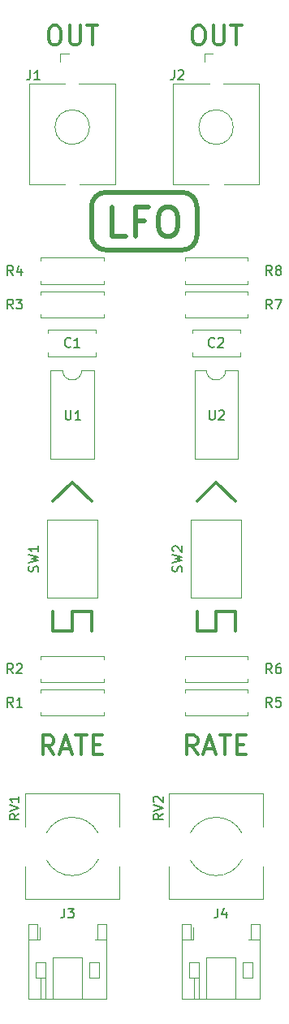
<source format=gbr>
%TF.GenerationSoftware,KiCad,Pcbnew,9.0.4*%
%TF.CreationDate,2026-02-02T18:42:40+11:00*%
%TF.ProjectId,LFO,4c464f2e-6b69-4636-9164-5f7063625858,rev?*%
%TF.SameCoordinates,Original*%
%TF.FileFunction,Legend,Top*%
%TF.FilePolarity,Positive*%
%FSLAX46Y46*%
G04 Gerber Fmt 4.6, Leading zero omitted, Abs format (unit mm)*
G04 Created by KiCad (PCBNEW 9.0.4) date 2026-02-02 18:42:40*
%MOMM*%
%LPD*%
G01*
G04 APERTURE LIST*
%ADD10C,0.500000*%
%ADD11C,0.300000*%
%ADD12C,0.150000*%
%ADD13C,0.120000*%
%ADD14C,0.100000*%
G04 APERTURE END LIST*
D10*
X154000000Y-69299999D02*
G75*
G02*
X155500001Y-70799999I0J-1500001D01*
G01*
D11*
X140500000Y-113000000D02*
X140500000Y-115000000D01*
X142500000Y-113000000D02*
X144500000Y-113000000D01*
D10*
X145999999Y-75299999D02*
X154000001Y-75300000D01*
X144499999Y-70799998D02*
X144499999Y-73799998D01*
X145999999Y-75300000D02*
G75*
G02*
X144500000Y-73800000I1J1500000D01*
G01*
D11*
X140500000Y-101500000D02*
X142500000Y-99500000D01*
D10*
X155500000Y-70799999D02*
X155500000Y-73799999D01*
D11*
X155500000Y-115000000D02*
X157500000Y-115000000D01*
X144500000Y-113000000D02*
X144500000Y-115000000D01*
X140500000Y-115000000D02*
X142500000Y-115000000D01*
D10*
X144499999Y-70799998D02*
G75*
G02*
X145999999Y-69299999I1500001J-2D01*
G01*
D11*
X142500000Y-99500000D02*
X144500000Y-101500000D01*
D10*
X146000000Y-69299998D02*
X154000000Y-69299999D01*
D11*
X157500000Y-99500000D02*
X159500000Y-101500000D01*
X157500000Y-113000000D02*
X157500000Y-115000000D01*
X142500000Y-113000000D02*
X142500000Y-115000000D01*
X159500000Y-113000000D02*
X159500000Y-115000000D01*
X155500000Y-101500000D02*
X157500000Y-99500000D01*
X157500000Y-113000000D02*
X159500000Y-113000000D01*
X155500000Y-113000000D02*
X155500000Y-115000000D01*
D10*
X155500001Y-73800000D02*
G75*
G02*
X154000001Y-75300001I-1500001J0D01*
G01*
D11*
X155595237Y-127909638D02*
X154928570Y-126957257D01*
X154452380Y-127909638D02*
X154452380Y-125909638D01*
X154452380Y-125909638D02*
X155214285Y-125909638D01*
X155214285Y-125909638D02*
X155404761Y-126004876D01*
X155404761Y-126004876D02*
X155499999Y-126100114D01*
X155499999Y-126100114D02*
X155595237Y-126290590D01*
X155595237Y-126290590D02*
X155595237Y-126576304D01*
X155595237Y-126576304D02*
X155499999Y-126766780D01*
X155499999Y-126766780D02*
X155404761Y-126862019D01*
X155404761Y-126862019D02*
X155214285Y-126957257D01*
X155214285Y-126957257D02*
X154452380Y-126957257D01*
X156357142Y-127338209D02*
X157309523Y-127338209D01*
X156166666Y-127909638D02*
X156833332Y-125909638D01*
X156833332Y-125909638D02*
X157499999Y-127909638D01*
X157880952Y-125909638D02*
X159023809Y-125909638D01*
X158452380Y-127909638D02*
X158452380Y-125909638D01*
X159690476Y-126862019D02*
X160357143Y-126862019D01*
X160642857Y-127909638D02*
X159690476Y-127909638D01*
X159690476Y-127909638D02*
X159690476Y-125909638D01*
X159690476Y-125909638D02*
X160642857Y-125909638D01*
X155499999Y-51909638D02*
X155880952Y-51909638D01*
X155880952Y-51909638D02*
X156071428Y-52004876D01*
X156071428Y-52004876D02*
X156261904Y-52195352D01*
X156261904Y-52195352D02*
X156357142Y-52576304D01*
X156357142Y-52576304D02*
X156357142Y-53242971D01*
X156357142Y-53242971D02*
X156261904Y-53623923D01*
X156261904Y-53623923D02*
X156071428Y-53814400D01*
X156071428Y-53814400D02*
X155880952Y-53909638D01*
X155880952Y-53909638D02*
X155499999Y-53909638D01*
X155499999Y-53909638D02*
X155309523Y-53814400D01*
X155309523Y-53814400D02*
X155119047Y-53623923D01*
X155119047Y-53623923D02*
X155023809Y-53242971D01*
X155023809Y-53242971D02*
X155023809Y-52576304D01*
X155023809Y-52576304D02*
X155119047Y-52195352D01*
X155119047Y-52195352D02*
X155309523Y-52004876D01*
X155309523Y-52004876D02*
X155499999Y-51909638D01*
X157214285Y-51909638D02*
X157214285Y-53528685D01*
X157214285Y-53528685D02*
X157309523Y-53719161D01*
X157309523Y-53719161D02*
X157404761Y-53814400D01*
X157404761Y-53814400D02*
X157595237Y-53909638D01*
X157595237Y-53909638D02*
X157976190Y-53909638D01*
X157976190Y-53909638D02*
X158166666Y-53814400D01*
X158166666Y-53814400D02*
X158261904Y-53719161D01*
X158261904Y-53719161D02*
X158357142Y-53528685D01*
X158357142Y-53528685D02*
X158357142Y-51909638D01*
X159023809Y-51909638D02*
X160166666Y-51909638D01*
X159595237Y-53909638D02*
X159595237Y-51909638D01*
X140595237Y-127909638D02*
X139928570Y-126957257D01*
X139452380Y-127909638D02*
X139452380Y-125909638D01*
X139452380Y-125909638D02*
X140214285Y-125909638D01*
X140214285Y-125909638D02*
X140404761Y-126004876D01*
X140404761Y-126004876D02*
X140499999Y-126100114D01*
X140499999Y-126100114D02*
X140595237Y-126290590D01*
X140595237Y-126290590D02*
X140595237Y-126576304D01*
X140595237Y-126576304D02*
X140499999Y-126766780D01*
X140499999Y-126766780D02*
X140404761Y-126862019D01*
X140404761Y-126862019D02*
X140214285Y-126957257D01*
X140214285Y-126957257D02*
X139452380Y-126957257D01*
X141357142Y-127338209D02*
X142309523Y-127338209D01*
X141166666Y-127909638D02*
X141833332Y-125909638D01*
X141833332Y-125909638D02*
X142499999Y-127909638D01*
X142880952Y-125909638D02*
X144023809Y-125909638D01*
X143452380Y-127909638D02*
X143452380Y-125909638D01*
X144690476Y-126862019D02*
X145357143Y-126862019D01*
X145642857Y-127909638D02*
X144690476Y-127909638D01*
X144690476Y-127909638D02*
X144690476Y-125909638D01*
X144690476Y-125909638D02*
X145642857Y-125909638D01*
D10*
X148071429Y-73861857D02*
X146642857Y-73861857D01*
X146642857Y-73861857D02*
X146642857Y-70861857D01*
X150071428Y-72290428D02*
X149071428Y-72290428D01*
X149071428Y-73861857D02*
X149071428Y-70861857D01*
X149071428Y-70861857D02*
X150500000Y-70861857D01*
X152214286Y-70861857D02*
X152785714Y-70861857D01*
X152785714Y-70861857D02*
X153071429Y-71004714D01*
X153071429Y-71004714D02*
X153357143Y-71290428D01*
X153357143Y-71290428D02*
X153500000Y-71861857D01*
X153500000Y-71861857D02*
X153500000Y-72861857D01*
X153500000Y-72861857D02*
X153357143Y-73433285D01*
X153357143Y-73433285D02*
X153071429Y-73719000D01*
X153071429Y-73719000D02*
X152785714Y-73861857D01*
X152785714Y-73861857D02*
X152214286Y-73861857D01*
X152214286Y-73861857D02*
X151928572Y-73719000D01*
X151928572Y-73719000D02*
X151642857Y-73433285D01*
X151642857Y-73433285D02*
X151500000Y-72861857D01*
X151500000Y-72861857D02*
X151500000Y-71861857D01*
X151500000Y-71861857D02*
X151642857Y-71290428D01*
X151642857Y-71290428D02*
X151928572Y-71004714D01*
X151928572Y-71004714D02*
X152214286Y-70861857D01*
D11*
X140499999Y-51909638D02*
X140880952Y-51909638D01*
X140880952Y-51909638D02*
X141071428Y-52004876D01*
X141071428Y-52004876D02*
X141261904Y-52195352D01*
X141261904Y-52195352D02*
X141357142Y-52576304D01*
X141357142Y-52576304D02*
X141357142Y-53242971D01*
X141357142Y-53242971D02*
X141261904Y-53623923D01*
X141261904Y-53623923D02*
X141071428Y-53814400D01*
X141071428Y-53814400D02*
X140880952Y-53909638D01*
X140880952Y-53909638D02*
X140499999Y-53909638D01*
X140499999Y-53909638D02*
X140309523Y-53814400D01*
X140309523Y-53814400D02*
X140119047Y-53623923D01*
X140119047Y-53623923D02*
X140023809Y-53242971D01*
X140023809Y-53242971D02*
X140023809Y-52576304D01*
X140023809Y-52576304D02*
X140119047Y-52195352D01*
X140119047Y-52195352D02*
X140309523Y-52004876D01*
X140309523Y-52004876D02*
X140499999Y-51909638D01*
X142214285Y-51909638D02*
X142214285Y-53528685D01*
X142214285Y-53528685D02*
X142309523Y-53719161D01*
X142309523Y-53719161D02*
X142404761Y-53814400D01*
X142404761Y-53814400D02*
X142595237Y-53909638D01*
X142595237Y-53909638D02*
X142976190Y-53909638D01*
X142976190Y-53909638D02*
X143166666Y-53814400D01*
X143166666Y-53814400D02*
X143261904Y-53719161D01*
X143261904Y-53719161D02*
X143357142Y-53528685D01*
X143357142Y-53528685D02*
X143357142Y-51909638D01*
X144023809Y-51909638D02*
X145166666Y-51909638D01*
X144595237Y-53909638D02*
X144595237Y-51909638D01*
D12*
X142333333Y-85359581D02*
X142285714Y-85407201D01*
X142285714Y-85407201D02*
X142142857Y-85454820D01*
X142142857Y-85454820D02*
X142047619Y-85454820D01*
X142047619Y-85454820D02*
X141904762Y-85407201D01*
X141904762Y-85407201D02*
X141809524Y-85311962D01*
X141809524Y-85311962D02*
X141761905Y-85216724D01*
X141761905Y-85216724D02*
X141714286Y-85026248D01*
X141714286Y-85026248D02*
X141714286Y-84883391D01*
X141714286Y-84883391D02*
X141761905Y-84692915D01*
X141761905Y-84692915D02*
X141809524Y-84597677D01*
X141809524Y-84597677D02*
X141904762Y-84502439D01*
X141904762Y-84502439D02*
X142047619Y-84454820D01*
X142047619Y-84454820D02*
X142142857Y-84454820D01*
X142142857Y-84454820D02*
X142285714Y-84502439D01*
X142285714Y-84502439D02*
X142333333Y-84550058D01*
X143285714Y-85454820D02*
X142714286Y-85454820D01*
X143000000Y-85454820D02*
X143000000Y-84454820D01*
X143000000Y-84454820D02*
X142904762Y-84597677D01*
X142904762Y-84597677D02*
X142809524Y-84692915D01*
X142809524Y-84692915D02*
X142714286Y-84740534D01*
X156803095Y-92024819D02*
X156803095Y-92834342D01*
X156803095Y-92834342D02*
X156850714Y-92929580D01*
X156850714Y-92929580D02*
X156898333Y-92977200D01*
X156898333Y-92977200D02*
X156993571Y-93024819D01*
X156993571Y-93024819D02*
X157184047Y-93024819D01*
X157184047Y-93024819D02*
X157279285Y-92977200D01*
X157279285Y-92977200D02*
X157326904Y-92929580D01*
X157326904Y-92929580D02*
X157374523Y-92834342D01*
X157374523Y-92834342D02*
X157374523Y-92024819D01*
X157803095Y-92120057D02*
X157850714Y-92072438D01*
X157850714Y-92072438D02*
X157945952Y-92024819D01*
X157945952Y-92024819D02*
X158184047Y-92024819D01*
X158184047Y-92024819D02*
X158279285Y-92072438D01*
X158279285Y-92072438D02*
X158326904Y-92120057D01*
X158326904Y-92120057D02*
X158374523Y-92215295D01*
X158374523Y-92215295D02*
X158374523Y-92310533D01*
X158374523Y-92310533D02*
X158326904Y-92453390D01*
X158326904Y-92453390D02*
X157755476Y-93024819D01*
X157755476Y-93024819D02*
X158374523Y-93024819D01*
X136333333Y-119454819D02*
X136000000Y-118978628D01*
X135761905Y-119454819D02*
X135761905Y-118454819D01*
X135761905Y-118454819D02*
X136142857Y-118454819D01*
X136142857Y-118454819D02*
X136238095Y-118502438D01*
X136238095Y-118502438D02*
X136285714Y-118550057D01*
X136285714Y-118550057D02*
X136333333Y-118645295D01*
X136333333Y-118645295D02*
X136333333Y-118788152D01*
X136333333Y-118788152D02*
X136285714Y-118883390D01*
X136285714Y-118883390D02*
X136238095Y-118931009D01*
X136238095Y-118931009D02*
X136142857Y-118978628D01*
X136142857Y-118978628D02*
X135761905Y-118978628D01*
X136714286Y-118550057D02*
X136761905Y-118502438D01*
X136761905Y-118502438D02*
X136857143Y-118454819D01*
X136857143Y-118454819D02*
X137095238Y-118454819D01*
X137095238Y-118454819D02*
X137190476Y-118502438D01*
X137190476Y-118502438D02*
X137238095Y-118550057D01*
X137238095Y-118550057D02*
X137285714Y-118645295D01*
X137285714Y-118645295D02*
X137285714Y-118740533D01*
X137285714Y-118740533D02*
X137238095Y-118883390D01*
X137238095Y-118883390D02*
X136666667Y-119454819D01*
X136666667Y-119454819D02*
X137285714Y-119454819D01*
X157333333Y-85359581D02*
X157285714Y-85407201D01*
X157285714Y-85407201D02*
X157142857Y-85454820D01*
X157142857Y-85454820D02*
X157047619Y-85454820D01*
X157047619Y-85454820D02*
X156904762Y-85407201D01*
X156904762Y-85407201D02*
X156809524Y-85311962D01*
X156809524Y-85311962D02*
X156761905Y-85216724D01*
X156761905Y-85216724D02*
X156714286Y-85026248D01*
X156714286Y-85026248D02*
X156714286Y-84883391D01*
X156714286Y-84883391D02*
X156761905Y-84692915D01*
X156761905Y-84692915D02*
X156809524Y-84597677D01*
X156809524Y-84597677D02*
X156904762Y-84502439D01*
X156904762Y-84502439D02*
X157047619Y-84454820D01*
X157047619Y-84454820D02*
X157142857Y-84454820D01*
X157142857Y-84454820D02*
X157285714Y-84502439D01*
X157285714Y-84502439D02*
X157333333Y-84550058D01*
X157714286Y-84550058D02*
X157761905Y-84502439D01*
X157761905Y-84502439D02*
X157857143Y-84454820D01*
X157857143Y-84454820D02*
X158095238Y-84454820D01*
X158095238Y-84454820D02*
X158190476Y-84502439D01*
X158190476Y-84502439D02*
X158238095Y-84550058D01*
X158238095Y-84550058D02*
X158285714Y-84645296D01*
X158285714Y-84645296D02*
X158285714Y-84740534D01*
X158285714Y-84740534D02*
X158238095Y-84883391D01*
X158238095Y-84883391D02*
X157666667Y-85454820D01*
X157666667Y-85454820D02*
X158285714Y-85454820D01*
X163333333Y-122954819D02*
X163000000Y-122478628D01*
X162761905Y-122954819D02*
X162761905Y-121954819D01*
X162761905Y-121954819D02*
X163142857Y-121954819D01*
X163142857Y-121954819D02*
X163238095Y-122002438D01*
X163238095Y-122002438D02*
X163285714Y-122050057D01*
X163285714Y-122050057D02*
X163333333Y-122145295D01*
X163333333Y-122145295D02*
X163333333Y-122288152D01*
X163333333Y-122288152D02*
X163285714Y-122383390D01*
X163285714Y-122383390D02*
X163238095Y-122431009D01*
X163238095Y-122431009D02*
X163142857Y-122478628D01*
X163142857Y-122478628D02*
X162761905Y-122478628D01*
X164238095Y-121954819D02*
X163761905Y-121954819D01*
X163761905Y-121954819D02*
X163714286Y-122431009D01*
X163714286Y-122431009D02*
X163761905Y-122383390D01*
X163761905Y-122383390D02*
X163857143Y-122335771D01*
X163857143Y-122335771D02*
X164095238Y-122335771D01*
X164095238Y-122335771D02*
X164190476Y-122383390D01*
X164190476Y-122383390D02*
X164238095Y-122431009D01*
X164238095Y-122431009D02*
X164285714Y-122526247D01*
X164285714Y-122526247D02*
X164285714Y-122764342D01*
X164285714Y-122764342D02*
X164238095Y-122859580D01*
X164238095Y-122859580D02*
X164190476Y-122907200D01*
X164190476Y-122907200D02*
X164095238Y-122954819D01*
X164095238Y-122954819D02*
X163857143Y-122954819D01*
X163857143Y-122954819D02*
X163761905Y-122907200D01*
X163761905Y-122907200D02*
X163714286Y-122859580D01*
X136954819Y-134095238D02*
X136478628Y-134428571D01*
X136954819Y-134666666D02*
X135954819Y-134666666D01*
X135954819Y-134666666D02*
X135954819Y-134285714D01*
X135954819Y-134285714D02*
X136002438Y-134190476D01*
X136002438Y-134190476D02*
X136050057Y-134142857D01*
X136050057Y-134142857D02*
X136145295Y-134095238D01*
X136145295Y-134095238D02*
X136288152Y-134095238D01*
X136288152Y-134095238D02*
X136383390Y-134142857D01*
X136383390Y-134142857D02*
X136431009Y-134190476D01*
X136431009Y-134190476D02*
X136478628Y-134285714D01*
X136478628Y-134285714D02*
X136478628Y-134666666D01*
X135954819Y-133809523D02*
X136954819Y-133476190D01*
X136954819Y-133476190D02*
X135954819Y-133142857D01*
X136954819Y-132285714D02*
X136954819Y-132857142D01*
X136954819Y-132571428D02*
X135954819Y-132571428D01*
X135954819Y-132571428D02*
X136097676Y-132666666D01*
X136097676Y-132666666D02*
X136192914Y-132761904D01*
X136192914Y-132761904D02*
X136240533Y-132857142D01*
X151954819Y-134095238D02*
X151478628Y-134428571D01*
X151954819Y-134666666D02*
X150954819Y-134666666D01*
X150954819Y-134666666D02*
X150954819Y-134285714D01*
X150954819Y-134285714D02*
X151002438Y-134190476D01*
X151002438Y-134190476D02*
X151050057Y-134142857D01*
X151050057Y-134142857D02*
X151145295Y-134095238D01*
X151145295Y-134095238D02*
X151288152Y-134095238D01*
X151288152Y-134095238D02*
X151383390Y-134142857D01*
X151383390Y-134142857D02*
X151431009Y-134190476D01*
X151431009Y-134190476D02*
X151478628Y-134285714D01*
X151478628Y-134285714D02*
X151478628Y-134666666D01*
X150954819Y-133809523D02*
X151954819Y-133476190D01*
X151954819Y-133476190D02*
X150954819Y-133142857D01*
X151050057Y-132857142D02*
X151002438Y-132809523D01*
X151002438Y-132809523D02*
X150954819Y-132714285D01*
X150954819Y-132714285D02*
X150954819Y-132476190D01*
X150954819Y-132476190D02*
X151002438Y-132380952D01*
X151002438Y-132380952D02*
X151050057Y-132333333D01*
X151050057Y-132333333D02*
X151145295Y-132285714D01*
X151145295Y-132285714D02*
X151240533Y-132285714D01*
X151240533Y-132285714D02*
X151383390Y-132333333D01*
X151383390Y-132333333D02*
X151954819Y-132904761D01*
X151954819Y-132904761D02*
X151954819Y-132285714D01*
X141666666Y-143954819D02*
X141666666Y-144669104D01*
X141666666Y-144669104D02*
X141619047Y-144811961D01*
X141619047Y-144811961D02*
X141523809Y-144907200D01*
X141523809Y-144907200D02*
X141380952Y-144954819D01*
X141380952Y-144954819D02*
X141285714Y-144954819D01*
X142047619Y-143954819D02*
X142666666Y-143954819D01*
X142666666Y-143954819D02*
X142333333Y-144335771D01*
X142333333Y-144335771D02*
X142476190Y-144335771D01*
X142476190Y-144335771D02*
X142571428Y-144383390D01*
X142571428Y-144383390D02*
X142619047Y-144431009D01*
X142619047Y-144431009D02*
X142666666Y-144526247D01*
X142666666Y-144526247D02*
X142666666Y-144764342D01*
X142666666Y-144764342D02*
X142619047Y-144859580D01*
X142619047Y-144859580D02*
X142571428Y-144907200D01*
X142571428Y-144907200D02*
X142476190Y-144954819D01*
X142476190Y-144954819D02*
X142190476Y-144954819D01*
X142190476Y-144954819D02*
X142095238Y-144907200D01*
X142095238Y-144907200D02*
X142047619Y-144859580D01*
X163333333Y-119454819D02*
X163000000Y-118978628D01*
X162761905Y-119454819D02*
X162761905Y-118454819D01*
X162761905Y-118454819D02*
X163142857Y-118454819D01*
X163142857Y-118454819D02*
X163238095Y-118502438D01*
X163238095Y-118502438D02*
X163285714Y-118550057D01*
X163285714Y-118550057D02*
X163333333Y-118645295D01*
X163333333Y-118645295D02*
X163333333Y-118788152D01*
X163333333Y-118788152D02*
X163285714Y-118883390D01*
X163285714Y-118883390D02*
X163238095Y-118931009D01*
X163238095Y-118931009D02*
X163142857Y-118978628D01*
X163142857Y-118978628D02*
X162761905Y-118978628D01*
X164190476Y-118454819D02*
X164000000Y-118454819D01*
X164000000Y-118454819D02*
X163904762Y-118502438D01*
X163904762Y-118502438D02*
X163857143Y-118550057D01*
X163857143Y-118550057D02*
X163761905Y-118692914D01*
X163761905Y-118692914D02*
X163714286Y-118883390D01*
X163714286Y-118883390D02*
X163714286Y-119264342D01*
X163714286Y-119264342D02*
X163761905Y-119359580D01*
X163761905Y-119359580D02*
X163809524Y-119407200D01*
X163809524Y-119407200D02*
X163904762Y-119454819D01*
X163904762Y-119454819D02*
X164095238Y-119454819D01*
X164095238Y-119454819D02*
X164190476Y-119407200D01*
X164190476Y-119407200D02*
X164238095Y-119359580D01*
X164238095Y-119359580D02*
X164285714Y-119264342D01*
X164285714Y-119264342D02*
X164285714Y-119026247D01*
X164285714Y-119026247D02*
X164238095Y-118931009D01*
X164238095Y-118931009D02*
X164190476Y-118883390D01*
X164190476Y-118883390D02*
X164095238Y-118835771D01*
X164095238Y-118835771D02*
X163904762Y-118835771D01*
X163904762Y-118835771D02*
X163809524Y-118883390D01*
X163809524Y-118883390D02*
X163761905Y-118931009D01*
X163761905Y-118931009D02*
X163714286Y-119026247D01*
X157666666Y-143954819D02*
X157666666Y-144669104D01*
X157666666Y-144669104D02*
X157619047Y-144811961D01*
X157619047Y-144811961D02*
X157523809Y-144907200D01*
X157523809Y-144907200D02*
X157380952Y-144954819D01*
X157380952Y-144954819D02*
X157285714Y-144954819D01*
X158571428Y-144288152D02*
X158571428Y-144954819D01*
X158333333Y-143907200D02*
X158095238Y-144621485D01*
X158095238Y-144621485D02*
X158714285Y-144621485D01*
X136333333Y-81454819D02*
X136000000Y-80978628D01*
X135761905Y-81454819D02*
X135761905Y-80454819D01*
X135761905Y-80454819D02*
X136142857Y-80454819D01*
X136142857Y-80454819D02*
X136238095Y-80502438D01*
X136238095Y-80502438D02*
X136285714Y-80550057D01*
X136285714Y-80550057D02*
X136333333Y-80645295D01*
X136333333Y-80645295D02*
X136333333Y-80788152D01*
X136333333Y-80788152D02*
X136285714Y-80883390D01*
X136285714Y-80883390D02*
X136238095Y-80931009D01*
X136238095Y-80931009D02*
X136142857Y-80978628D01*
X136142857Y-80978628D02*
X135761905Y-80978628D01*
X136666667Y-80454819D02*
X137285714Y-80454819D01*
X137285714Y-80454819D02*
X136952381Y-80835771D01*
X136952381Y-80835771D02*
X137095238Y-80835771D01*
X137095238Y-80835771D02*
X137190476Y-80883390D01*
X137190476Y-80883390D02*
X137238095Y-80931009D01*
X137238095Y-80931009D02*
X137285714Y-81026247D01*
X137285714Y-81026247D02*
X137285714Y-81264342D01*
X137285714Y-81264342D02*
X137238095Y-81359580D01*
X137238095Y-81359580D02*
X137190476Y-81407200D01*
X137190476Y-81407200D02*
X137095238Y-81454819D01*
X137095238Y-81454819D02*
X136809524Y-81454819D01*
X136809524Y-81454819D02*
X136714286Y-81407200D01*
X136714286Y-81407200D02*
X136666667Y-81359580D01*
X136333333Y-77954819D02*
X136000000Y-77478628D01*
X135761905Y-77954819D02*
X135761905Y-76954819D01*
X135761905Y-76954819D02*
X136142857Y-76954819D01*
X136142857Y-76954819D02*
X136238095Y-77002438D01*
X136238095Y-77002438D02*
X136285714Y-77050057D01*
X136285714Y-77050057D02*
X136333333Y-77145295D01*
X136333333Y-77145295D02*
X136333333Y-77288152D01*
X136333333Y-77288152D02*
X136285714Y-77383390D01*
X136285714Y-77383390D02*
X136238095Y-77431009D01*
X136238095Y-77431009D02*
X136142857Y-77478628D01*
X136142857Y-77478628D02*
X135761905Y-77478628D01*
X137190476Y-77288152D02*
X137190476Y-77954819D01*
X136952381Y-76907200D02*
X136714286Y-77621485D01*
X136714286Y-77621485D02*
X137333333Y-77621485D01*
X153907200Y-108833332D02*
X153954819Y-108690475D01*
X153954819Y-108690475D02*
X153954819Y-108452380D01*
X153954819Y-108452380D02*
X153907200Y-108357142D01*
X153907200Y-108357142D02*
X153859580Y-108309523D01*
X153859580Y-108309523D02*
X153764342Y-108261904D01*
X153764342Y-108261904D02*
X153669104Y-108261904D01*
X153669104Y-108261904D02*
X153573866Y-108309523D01*
X153573866Y-108309523D02*
X153526247Y-108357142D01*
X153526247Y-108357142D02*
X153478628Y-108452380D01*
X153478628Y-108452380D02*
X153431009Y-108642856D01*
X153431009Y-108642856D02*
X153383390Y-108738094D01*
X153383390Y-108738094D02*
X153335771Y-108785713D01*
X153335771Y-108785713D02*
X153240533Y-108833332D01*
X153240533Y-108833332D02*
X153145295Y-108833332D01*
X153145295Y-108833332D02*
X153050057Y-108785713D01*
X153050057Y-108785713D02*
X153002438Y-108738094D01*
X153002438Y-108738094D02*
X152954819Y-108642856D01*
X152954819Y-108642856D02*
X152954819Y-108404761D01*
X152954819Y-108404761D02*
X153002438Y-108261904D01*
X152954819Y-107928570D02*
X153954819Y-107690475D01*
X153954819Y-107690475D02*
X153240533Y-107499999D01*
X153240533Y-107499999D02*
X153954819Y-107309523D01*
X153954819Y-107309523D02*
X152954819Y-107071428D01*
X153050057Y-106738094D02*
X153002438Y-106690475D01*
X153002438Y-106690475D02*
X152954819Y-106595237D01*
X152954819Y-106595237D02*
X152954819Y-106357142D01*
X152954819Y-106357142D02*
X153002438Y-106261904D01*
X153002438Y-106261904D02*
X153050057Y-106214285D01*
X153050057Y-106214285D02*
X153145295Y-106166666D01*
X153145295Y-106166666D02*
X153240533Y-106166666D01*
X153240533Y-106166666D02*
X153383390Y-106214285D01*
X153383390Y-106214285D02*
X153954819Y-106785713D01*
X153954819Y-106785713D02*
X153954819Y-106166666D01*
X138136666Y-56554819D02*
X138136666Y-57269104D01*
X138136666Y-57269104D02*
X138089047Y-57411961D01*
X138089047Y-57411961D02*
X137993809Y-57507200D01*
X137993809Y-57507200D02*
X137850952Y-57554819D01*
X137850952Y-57554819D02*
X137755714Y-57554819D01*
X139136666Y-57554819D02*
X138565238Y-57554819D01*
X138850952Y-57554819D02*
X138850952Y-56554819D01*
X138850952Y-56554819D02*
X138755714Y-56697676D01*
X138755714Y-56697676D02*
X138660476Y-56792914D01*
X138660476Y-56792914D02*
X138565238Y-56840533D01*
X136333333Y-122954819D02*
X136000000Y-122478628D01*
X135761905Y-122954819D02*
X135761905Y-121954819D01*
X135761905Y-121954819D02*
X136142857Y-121954819D01*
X136142857Y-121954819D02*
X136238095Y-122002438D01*
X136238095Y-122002438D02*
X136285714Y-122050057D01*
X136285714Y-122050057D02*
X136333333Y-122145295D01*
X136333333Y-122145295D02*
X136333333Y-122288152D01*
X136333333Y-122288152D02*
X136285714Y-122383390D01*
X136285714Y-122383390D02*
X136238095Y-122431009D01*
X136238095Y-122431009D02*
X136142857Y-122478628D01*
X136142857Y-122478628D02*
X135761905Y-122478628D01*
X137285714Y-122954819D02*
X136714286Y-122954819D01*
X137000000Y-122954819D02*
X137000000Y-121954819D01*
X137000000Y-121954819D02*
X136904762Y-122097676D01*
X136904762Y-122097676D02*
X136809524Y-122192914D01*
X136809524Y-122192914D02*
X136714286Y-122240533D01*
X153136666Y-56554819D02*
X153136666Y-57269104D01*
X153136666Y-57269104D02*
X153089047Y-57411961D01*
X153089047Y-57411961D02*
X152993809Y-57507200D01*
X152993809Y-57507200D02*
X152850952Y-57554819D01*
X152850952Y-57554819D02*
X152755714Y-57554819D01*
X153565238Y-56650057D02*
X153612857Y-56602438D01*
X153612857Y-56602438D02*
X153708095Y-56554819D01*
X153708095Y-56554819D02*
X153946190Y-56554819D01*
X153946190Y-56554819D02*
X154041428Y-56602438D01*
X154041428Y-56602438D02*
X154089047Y-56650057D01*
X154089047Y-56650057D02*
X154136666Y-56745295D01*
X154136666Y-56745295D02*
X154136666Y-56840533D01*
X154136666Y-56840533D02*
X154089047Y-56983390D01*
X154089047Y-56983390D02*
X153517619Y-57554819D01*
X153517619Y-57554819D02*
X154136666Y-57554819D01*
X138907200Y-108833332D02*
X138954819Y-108690475D01*
X138954819Y-108690475D02*
X138954819Y-108452380D01*
X138954819Y-108452380D02*
X138907200Y-108357142D01*
X138907200Y-108357142D02*
X138859580Y-108309523D01*
X138859580Y-108309523D02*
X138764342Y-108261904D01*
X138764342Y-108261904D02*
X138669104Y-108261904D01*
X138669104Y-108261904D02*
X138573866Y-108309523D01*
X138573866Y-108309523D02*
X138526247Y-108357142D01*
X138526247Y-108357142D02*
X138478628Y-108452380D01*
X138478628Y-108452380D02*
X138431009Y-108642856D01*
X138431009Y-108642856D02*
X138383390Y-108738094D01*
X138383390Y-108738094D02*
X138335771Y-108785713D01*
X138335771Y-108785713D02*
X138240533Y-108833332D01*
X138240533Y-108833332D02*
X138145295Y-108833332D01*
X138145295Y-108833332D02*
X138050057Y-108785713D01*
X138050057Y-108785713D02*
X138002438Y-108738094D01*
X138002438Y-108738094D02*
X137954819Y-108642856D01*
X137954819Y-108642856D02*
X137954819Y-108404761D01*
X137954819Y-108404761D02*
X138002438Y-108261904D01*
X137954819Y-107928570D02*
X138954819Y-107690475D01*
X138954819Y-107690475D02*
X138240533Y-107499999D01*
X138240533Y-107499999D02*
X138954819Y-107309523D01*
X138954819Y-107309523D02*
X137954819Y-107071428D01*
X138954819Y-106166666D02*
X138954819Y-106738094D01*
X138954819Y-106452380D02*
X137954819Y-106452380D01*
X137954819Y-106452380D02*
X138097676Y-106547618D01*
X138097676Y-106547618D02*
X138192914Y-106642856D01*
X138192914Y-106642856D02*
X138240533Y-106738094D01*
X141803095Y-92024819D02*
X141803095Y-92834342D01*
X141803095Y-92834342D02*
X141850714Y-92929580D01*
X141850714Y-92929580D02*
X141898333Y-92977200D01*
X141898333Y-92977200D02*
X141993571Y-93024819D01*
X141993571Y-93024819D02*
X142184047Y-93024819D01*
X142184047Y-93024819D02*
X142279285Y-92977200D01*
X142279285Y-92977200D02*
X142326904Y-92929580D01*
X142326904Y-92929580D02*
X142374523Y-92834342D01*
X142374523Y-92834342D02*
X142374523Y-92024819D01*
X143374523Y-93024819D02*
X142803095Y-93024819D01*
X143088809Y-93024819D02*
X143088809Y-92024819D01*
X143088809Y-92024819D02*
X142993571Y-92167676D01*
X142993571Y-92167676D02*
X142898333Y-92262914D01*
X142898333Y-92262914D02*
X142803095Y-92310533D01*
X163333333Y-81454819D02*
X163000000Y-80978628D01*
X162761905Y-81454819D02*
X162761905Y-80454819D01*
X162761905Y-80454819D02*
X163142857Y-80454819D01*
X163142857Y-80454819D02*
X163238095Y-80502438D01*
X163238095Y-80502438D02*
X163285714Y-80550057D01*
X163285714Y-80550057D02*
X163333333Y-80645295D01*
X163333333Y-80645295D02*
X163333333Y-80788152D01*
X163333333Y-80788152D02*
X163285714Y-80883390D01*
X163285714Y-80883390D02*
X163238095Y-80931009D01*
X163238095Y-80931009D02*
X163142857Y-80978628D01*
X163142857Y-80978628D02*
X162761905Y-80978628D01*
X163666667Y-80454819D02*
X164333333Y-80454819D01*
X164333333Y-80454819D02*
X163904762Y-81454819D01*
X163333334Y-77954819D02*
X163000001Y-77478628D01*
X162761906Y-77954819D02*
X162761906Y-76954819D01*
X162761906Y-76954819D02*
X163142858Y-76954819D01*
X163142858Y-76954819D02*
X163238096Y-77002438D01*
X163238096Y-77002438D02*
X163285715Y-77050057D01*
X163285715Y-77050057D02*
X163333334Y-77145295D01*
X163333334Y-77145295D02*
X163333334Y-77288152D01*
X163333334Y-77288152D02*
X163285715Y-77383390D01*
X163285715Y-77383390D02*
X163238096Y-77431009D01*
X163238096Y-77431009D02*
X163142858Y-77478628D01*
X163142858Y-77478628D02*
X162761906Y-77478628D01*
X163904763Y-77383390D02*
X163809525Y-77335771D01*
X163809525Y-77335771D02*
X163761906Y-77288152D01*
X163761906Y-77288152D02*
X163714287Y-77192914D01*
X163714287Y-77192914D02*
X163714287Y-77145295D01*
X163714287Y-77145295D02*
X163761906Y-77050057D01*
X163761906Y-77050057D02*
X163809525Y-77002438D01*
X163809525Y-77002438D02*
X163904763Y-76954819D01*
X163904763Y-76954819D02*
X164095239Y-76954819D01*
X164095239Y-76954819D02*
X164190477Y-77002438D01*
X164190477Y-77002438D02*
X164238096Y-77050057D01*
X164238096Y-77050057D02*
X164285715Y-77145295D01*
X164285715Y-77145295D02*
X164285715Y-77192914D01*
X164285715Y-77192914D02*
X164238096Y-77288152D01*
X164238096Y-77288152D02*
X164190477Y-77335771D01*
X164190477Y-77335771D02*
X164095239Y-77383390D01*
X164095239Y-77383390D02*
X163904763Y-77383390D01*
X163904763Y-77383390D02*
X163809525Y-77431009D01*
X163809525Y-77431009D02*
X163761906Y-77478628D01*
X163761906Y-77478628D02*
X163714287Y-77573866D01*
X163714287Y-77573866D02*
X163714287Y-77764342D01*
X163714287Y-77764342D02*
X163761906Y-77859580D01*
X163761906Y-77859580D02*
X163809525Y-77907200D01*
X163809525Y-77907200D02*
X163904763Y-77954819D01*
X163904763Y-77954819D02*
X164095239Y-77954819D01*
X164095239Y-77954819D02*
X164190477Y-77907200D01*
X164190477Y-77907200D02*
X164238096Y-77859580D01*
X164238096Y-77859580D02*
X164285715Y-77764342D01*
X164285715Y-77764342D02*
X164285715Y-77573866D01*
X164285715Y-77573866D02*
X164238096Y-77478628D01*
X164238096Y-77478628D02*
X164190477Y-77431009D01*
X164190477Y-77431009D02*
X164095239Y-77383390D01*
D13*
%TO.C,C1*%
X140000000Y-83600000D02*
X145000000Y-83600000D01*
X140000000Y-84000000D02*
X140000000Y-83600000D01*
X140000000Y-86000000D02*
X140000000Y-86400000D01*
X140000000Y-86400000D02*
X145000000Y-86400000D01*
X145000000Y-83600000D02*
X145000000Y-84000000D01*
X145000000Y-86400000D02*
X145000000Y-86000000D01*
%TO.C,U2*%
X155250000Y-87860000D02*
X155250000Y-97090000D01*
X155250000Y-97090000D02*
X159750000Y-97090000D01*
X156500000Y-87860000D02*
X155250000Y-87860000D01*
X159750000Y-87860000D02*
X158500000Y-87860000D01*
X159750000Y-97090000D02*
X159750000Y-87860000D01*
X158500000Y-87860000D02*
G75*
G02*
X156500000Y-87860000I-1000000J0D01*
G01*
%TO.C,R2*%
X139230000Y-117630000D02*
X145770000Y-117630000D01*
X139230000Y-117960000D02*
X139230000Y-117630000D01*
X139230000Y-120040000D02*
X139230000Y-120370000D01*
X139230000Y-120370000D02*
X145770000Y-120370000D01*
X145770000Y-117630000D02*
X145770000Y-117960000D01*
X145770000Y-120370000D02*
X145770000Y-120040000D01*
%TO.C,C2*%
X155000000Y-83600000D02*
X160000000Y-83600000D01*
X155000000Y-84000000D02*
X155000000Y-83600000D01*
X155000000Y-86000000D02*
X155000000Y-86400000D01*
X155000000Y-86400000D02*
X160000000Y-86400000D01*
X160000000Y-83600000D02*
X160000000Y-84000000D01*
X160000000Y-86400000D02*
X160000000Y-86000000D01*
%TO.C,R5*%
X154230000Y-121130000D02*
X160770000Y-121130000D01*
X154230000Y-121460000D02*
X154230000Y-121130000D01*
X154230000Y-123540000D02*
X154230000Y-123870000D01*
X154230000Y-123870000D02*
X160770000Y-123870000D01*
X160770000Y-121130000D02*
X160770000Y-121460000D01*
X160770000Y-123870000D02*
X160770000Y-123540000D01*
%TO.C,RV1*%
X137600001Y-132000000D02*
X137600000Y-135400001D01*
X137600001Y-139600000D02*
X137600001Y-143000000D01*
X137600001Y-143000000D02*
X147399999Y-143000000D01*
X147399999Y-132000000D02*
X137600001Y-132000000D01*
X147399999Y-132000000D02*
X147399999Y-135400000D01*
X147400000Y-139599999D02*
X147399999Y-143000000D01*
X139779707Y-136139853D02*
G75*
G02*
X145199999Y-136100001I2720293J-1360147D01*
G01*
X145220293Y-138860147D02*
G75*
G02*
X139800001Y-138899999I-2720293J1360147D01*
G01*
%TO.C,RV2*%
X152600001Y-132000000D02*
X152600000Y-135400001D01*
X152600001Y-139600000D02*
X152600001Y-143000000D01*
X152600001Y-143000000D02*
X162399999Y-143000000D01*
X162399999Y-132000000D02*
X152600001Y-132000000D01*
X162399999Y-132000000D02*
X162399999Y-135400000D01*
X162400000Y-139599999D02*
X162399999Y-143000000D01*
X154779707Y-136139853D02*
G75*
G02*
X160199999Y-136100001I2720293J-1360147D01*
G01*
X160220293Y-138860147D02*
G75*
G02*
X154800001Y-138899999I-2720293J1360147D01*
G01*
%TO.C,J3*%
X137940000Y-145590000D02*
X137940000Y-153410000D01*
X137940000Y-147190000D02*
X138860000Y-147190000D01*
X137940000Y-153410000D02*
X146060000Y-153410000D01*
X138700000Y-149550000D02*
X138700000Y-151150000D01*
X138700000Y-151150000D02*
X139700000Y-151150000D01*
X138860000Y-145590000D02*
X137940000Y-145590000D01*
X138860000Y-147190000D02*
X138860000Y-145590000D01*
X139140000Y-147190000D02*
X138860000Y-147190000D01*
X139140000Y-147190000D02*
X139140000Y-145975000D01*
X139200000Y-151150000D02*
X139200000Y-153410000D01*
X139700000Y-149550000D02*
X138700000Y-149550000D01*
X139700000Y-151150000D02*
X139700000Y-149550000D01*
X139700000Y-151150000D02*
X139700000Y-153410000D01*
X140500000Y-149050000D02*
X143500000Y-149050000D01*
X140500000Y-153410000D02*
X140500000Y-149050000D01*
X143500000Y-149050000D02*
X143500000Y-153410000D01*
X144300000Y-149550000D02*
X145300000Y-149550000D01*
X144300000Y-151150000D02*
X144300000Y-149550000D01*
X145140000Y-145590000D02*
X145140000Y-147190000D01*
X145140000Y-147190000D02*
X144860000Y-147190000D01*
X145300000Y-149550000D02*
X145300000Y-151150000D01*
X145300000Y-151150000D02*
X144300000Y-151150000D01*
X146060000Y-145590000D02*
X145140000Y-145590000D01*
X146060000Y-147190000D02*
X145140000Y-147190000D01*
X146060000Y-153410000D02*
X146060000Y-145590000D01*
%TO.C,R6*%
X154290000Y-117630000D02*
X160830000Y-117630000D01*
X154290000Y-117960000D02*
X154290000Y-117630000D01*
X154290000Y-120040000D02*
X154290000Y-120370000D01*
X154290000Y-120370000D02*
X160830000Y-120370000D01*
X160830000Y-117630000D02*
X160830000Y-117960000D01*
X160830000Y-120370000D02*
X160830000Y-120040000D01*
%TO.C,J4*%
X153940000Y-145590000D02*
X153940000Y-153410000D01*
X153940000Y-147190000D02*
X154860000Y-147190000D01*
X153940000Y-153410000D02*
X162060000Y-153410000D01*
X154700000Y-149550000D02*
X154700000Y-151150000D01*
X154700000Y-151150000D02*
X155700000Y-151150000D01*
X154860000Y-145590000D02*
X153940000Y-145590000D01*
X154860000Y-147190000D02*
X154860000Y-145590000D01*
X155140000Y-147190000D02*
X154860000Y-147190000D01*
X155140000Y-147190000D02*
X155140000Y-145975000D01*
X155200000Y-151150000D02*
X155200000Y-153410000D01*
X155700000Y-149550000D02*
X154700000Y-149550000D01*
X155700000Y-151150000D02*
X155700000Y-149550000D01*
X155700000Y-151150000D02*
X155700000Y-153410000D01*
X156500000Y-149050000D02*
X159500000Y-149050000D01*
X156500000Y-153410000D02*
X156500000Y-149050000D01*
X159500000Y-149050000D02*
X159500000Y-153410000D01*
X160300000Y-149550000D02*
X161300000Y-149550000D01*
X160300000Y-151150000D02*
X160300000Y-149550000D01*
X161140000Y-145590000D02*
X161140000Y-147190000D01*
X161140000Y-147190000D02*
X160860000Y-147190000D01*
X161300000Y-149550000D02*
X161300000Y-151150000D01*
X161300000Y-151150000D02*
X160300000Y-151150000D01*
X162060000Y-145590000D02*
X161140000Y-145590000D01*
X162060000Y-147190000D02*
X161140000Y-147190000D01*
X162060000Y-153410000D02*
X162060000Y-145590000D01*
%TO.C,R3*%
X139230000Y-79630000D02*
X139230000Y-79960000D01*
X139230000Y-82370000D02*
X139230000Y-82040000D01*
X145770000Y-79630000D02*
X139230000Y-79630000D01*
X145770000Y-79960000D02*
X145770000Y-79630000D01*
X145770000Y-82040000D02*
X145770000Y-82370000D01*
X145770000Y-82370000D02*
X139230000Y-82370000D01*
%TO.C,R4*%
X139230000Y-76130000D02*
X145770000Y-76130000D01*
X139230000Y-76460000D02*
X139230000Y-76130000D01*
X139230000Y-78540000D02*
X139230000Y-78870000D01*
X139230000Y-78870000D02*
X145770000Y-78870000D01*
X145770000Y-76130000D02*
X145770000Y-76460000D01*
X145770000Y-78870000D02*
X145770000Y-78540000D01*
%TO.C,SW2*%
D14*
X154900000Y-103400000D02*
X160100000Y-103400000D01*
X160100000Y-111600000D01*
X154900000Y-111600000D01*
X154900000Y-103400000D01*
D13*
%TO.C,J1*%
X138000000Y-58000000D02*
X138000000Y-68500000D01*
X141270000Y-54850000D02*
X141270000Y-55650000D01*
X141270000Y-54850000D02*
X142130000Y-54850000D01*
X141700000Y-68500000D02*
X138000000Y-68500000D01*
X141780000Y-58000000D02*
X138000000Y-58000000D01*
X147000000Y-58000000D02*
X143220000Y-58000000D01*
X147000000Y-58000000D02*
X147000000Y-68500000D01*
X147000000Y-68500000D02*
X143300000Y-68500000D01*
X144300000Y-62500000D02*
G75*
G02*
X140700000Y-62500000I-1800000J0D01*
G01*
X140700000Y-62500000D02*
G75*
G02*
X144300000Y-62500000I1800000J0D01*
G01*
%TO.C,R1*%
X139230000Y-121130000D02*
X145770000Y-121130000D01*
X139230000Y-121460000D02*
X139230000Y-121130000D01*
X139230000Y-123540000D02*
X139230000Y-123870000D01*
X139230000Y-123870000D02*
X145770000Y-123870000D01*
X145770000Y-121130000D02*
X145770000Y-121460000D01*
X145770000Y-123870000D02*
X145770000Y-123540000D01*
%TO.C,J2*%
X153000000Y-58000000D02*
X153000000Y-68500000D01*
X156270000Y-54850000D02*
X156270000Y-55650000D01*
X156270000Y-54850000D02*
X157130000Y-54850000D01*
X156700000Y-68500000D02*
X153000000Y-68500000D01*
X156780000Y-58000000D02*
X153000000Y-58000000D01*
X162000000Y-58000000D02*
X158220000Y-58000000D01*
X162000000Y-58000000D02*
X162000000Y-68500000D01*
X162000000Y-68500000D02*
X158300000Y-68500000D01*
X159300000Y-62500000D02*
G75*
G02*
X155700000Y-62500000I-1800000J0D01*
G01*
X155700000Y-62500000D02*
G75*
G02*
X159300000Y-62500000I1800000J0D01*
G01*
%TO.C,SW1*%
D14*
X139900000Y-103400000D02*
X145100000Y-103400000D01*
X145100000Y-111600000D01*
X139900000Y-111600000D01*
X139900000Y-103400000D01*
D13*
%TO.C,U1*%
X140250000Y-87860000D02*
X140250000Y-97090000D01*
X140250000Y-97090000D02*
X144750000Y-97090000D01*
X141500000Y-87860000D02*
X140250000Y-87860000D01*
X144750000Y-87860000D02*
X143500000Y-87860000D01*
X144750000Y-97090000D02*
X144750000Y-87860000D01*
X143500000Y-87860000D02*
G75*
G02*
X141500000Y-87860000I-1000000J0D01*
G01*
%TO.C,R7*%
X154230000Y-79630000D02*
X154230000Y-79960000D01*
X154230000Y-82370000D02*
X154230000Y-82040000D01*
X160770000Y-79630000D02*
X154230000Y-79630000D01*
X160770000Y-79960000D02*
X160770000Y-79630000D01*
X160770000Y-82040000D02*
X160770000Y-82370000D01*
X160770000Y-82370000D02*
X154230000Y-82370000D01*
%TO.C,R8*%
X154230000Y-76130000D02*
X160770000Y-76130000D01*
X154230000Y-76460000D02*
X154230000Y-76130000D01*
X154230000Y-78540000D02*
X154230000Y-78870000D01*
X154230000Y-78870000D02*
X160770000Y-78870000D01*
X160770000Y-76130000D02*
X160770000Y-76460000D01*
X160770000Y-78870000D02*
X160770000Y-78540000D01*
%TD*%
M02*

</source>
